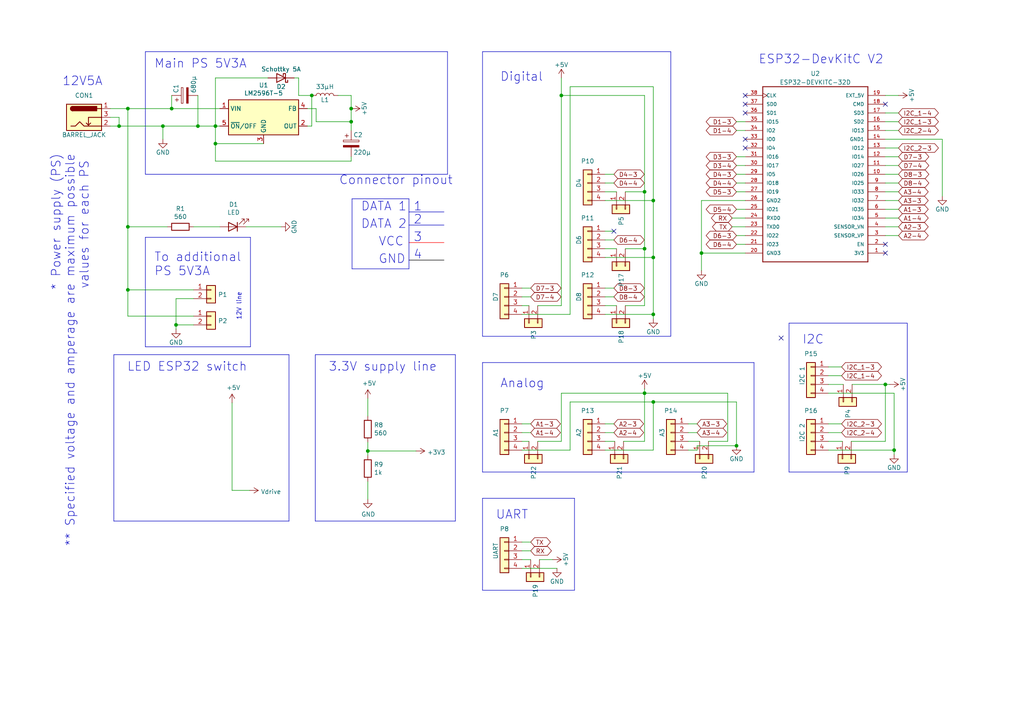
<source format=kicad_sch>
(kicad_sch (version 20230121) (generator eeschema)
  (paper "A4")
  (junction (at 49.784 31.496))
  (junction (at 259.334 130.556))
  (junction (at 101.854 35.306))
  (junction (at 213.614 129.286))
  (junction (at 186.944 55.626))
  (junction (at 189.484 74.676))
  (junction (at 189.484 58.166))
  (junction (at 37.084 65.786))
  (junction (at 464.82 42.926))
  (junction (at 556.514 94.742))
  (junction (at 57.404 36.576))
  (junction (at 47.244 36.576))
  (junction (at 34.544 36.576))
  (junction (at 62.484 36.576))
  (junction (at 101.854 31.496))
  (junction (at 51.054 94.234))
  (junction (at 106.68 130.81))
  (junction (at 256.794 111.506))
  (junction (at 37.084 84.074))
  (junction (at 186.944 72.136))
  (junction (at 90.424 27.686))
  (junction (at 494.03 42.926))
  (junction (at 521.462 93.726))
  (junction (at 523.24 42.926))
  (junction (at 37.084 31.496))
  (junction (at 189.484 116.586))
  (junction (at 189.484 91.186))
  (junction (at 62.484 41.656))
  (junction (at 494.03 93.726))
  (junction (at 162.814 27.686))
  (junction (at 186.944 114.046))
  (junction (at 203.454 73.406))
  (junction (at 464.82 93.726))
  (no_connect (at 216.154 32.766))
  (no_connect (at 216.154 42.926))
  (no_connect (at 178.054 67.056))
  (no_connect (at 216.154 30.226))
  (no_connect (at 256.794 30.226))
  (no_connect (at 226.568 98.044))
  (no_connect (at 216.154 27.686))
  (no_connect (at 256.794 73.406))
  (no_connect (at 216.154 40.386))
  (no_connect (at 256.794 70.866))
  (wire (pts (xy 56.134 84.074) (xy 37.084 84.074)))
  (wire (pts (xy 240.284 130.556) (xy 259.334 130.556)))
  (wire (pts (xy 151.384 130.556) (xy 165.354 130.556)))
  (wire (pts (xy 37.084 31.496) (xy 49.784 31.496)))
  (wire (pts (xy 175.514 55.626) (xy 178.816 55.626)))
  (wire (pts (xy 32.004 36.576) (xy 34.544 36.576)))
  (polyline (pts (xy 118.618 70.358) (xy 128.778 70.358)) (stroke (width 0) (type solid) (color 255 0 0 1)))
  (polyline (pts (xy 346.71 121.666) (xy 346.71 4.826)))
  (wire (pts (xy 165.354 25.146) (xy 165.354 91.186)))
  (wire (pts (xy 385.572 29.972) (xy 385.572 36.449)))
  (wire (pts (xy 178.054 83.566) (xy 175.514 83.566)))
  (wire (pts (xy 256.794 42.926) (xy 260.604 42.926)))
  (wire (pts (xy 57.404 27.686) (xy 57.404 36.576)))
  (wire (pts (xy 386.08 84.074) (xy 386.08 90.678)))
  (wire (pts (xy 155.956 88.646) (xy 162.814 88.646)))
  (wire (pts (xy 153.924 83.566) (xy 151.384 83.566)))
  (wire (pts (xy 178.054 86.106) (xy 175.514 86.106)))
  (wire (pts (xy 165.354 25.146) (xy 189.484 25.146)))
  (wire (pts (xy 165.354 116.586) (xy 189.484 116.586)))
  (polyline (pts (xy 83.82 102.87) (xy 33.02 102.87)))
  (polyline (pts (xy 91.44 102.87) (xy 132.08 102.87)))
  (wire (pts (xy 37.084 91.694) (xy 56.134 91.694)))
  (wire (pts (xy 523.24 27.686) (xy 523.24 31.496)))
  (polyline (pts (xy 445.77 4.826) (xy 445.77 121.666)))
  (wire (pts (xy 385.572 105.283) (xy 365.125 105.283)))
  (wire (pts (xy 151.384 157.226) (xy 153.924 157.226)))
  (wire (pts (xy 101.854 37.846) (xy 101.854 35.306)))
  (wire (pts (xy 363.22 60.706) (xy 360.426 60.706)))
  (wire (pts (xy 216.154 48.006) (xy 213.614 48.006)))
  (wire (pts (xy 216.154 70.866) (xy 213.614 70.866)))
  (polyline (pts (xy 33.02 102.87) (xy 33.02 151.13)))
  (wire (pts (xy 244.094 125.476) (xy 240.284 125.476)))
  (wire (pts (xy 423.037 65.786) (xy 435.61 65.786)))
  (wire (pts (xy 494.03 27.686) (xy 494.03 31.496)))
  (wire (pts (xy 189.484 116.586) (xy 213.614 116.586)))
  (wire (pts (xy 435.61 68.326) (xy 426.974 68.326)))
  (wire (pts (xy 37.084 65.786) (xy 48.514 65.786)))
  (wire (pts (xy 162.814 27.686) (xy 186.944 27.686)))
  (wire (pts (xy 153.924 122.936) (xy 151.384 122.936)))
  (wire (pts (xy 189.484 91.186) (xy 189.484 92.456)))
  (wire (pts (xy 151.384 162.306) (xy 153.924 162.306)))
  (wire (pts (xy 464.82 27.686) (xy 464.82 31.496)))
  (wire (pts (xy 385.572 98.806) (xy 377.952 98.806)))
  (wire (pts (xy 410.718 -38.1) (xy 410.718 -33.02)))
  (wire (pts (xy 423.037 76.2) (xy 423.037 65.786)))
  (polyline (pts (xy 42.164 14.986) (xy 129.794 14.986)))
  (wire (pts (xy 106.68 130.81) (xy 120.65 130.81)))
  (wire (pts (xy 175.514 72.136) (xy 178.816 72.136)))
  (polyline (pts (xy 194.564 14.986) (xy 194.564 97.536)))
  (polyline (pts (xy 459.74 121.666) (xy 548.64 121.666)))
  (wire (pts (xy 387.096 76.2) (xy 423.037 76.2)))
  (wire (pts (xy 368.046 90.678) (xy 386.08 90.678)))
  (wire (pts (xy 256.794 45.466) (xy 260.604 45.466)))
  (wire (pts (xy 202.184 129.286) (xy 213.614 129.286)))
  (polyline (pts (xy 139.954 97.536) (xy 139.954 14.986)))
  (wire (pts (xy 556.514 85.852) (xy 556.514 94.742)))
  (polyline (pts (xy 91.44 102.87) (xy 91.44 151.13)))
  (wire (pts (xy 186.944 55.626) (xy 186.944 72.136)))
  (wire (pts (xy 464.82 93.726) (xy 481.33 93.726)))
  (wire (pts (xy 186.944 114.046) (xy 186.944 128.016)))
  (wire (pts (xy 37.084 31.496) (xy 37.084 65.786)))
  (wire (pts (xy 256.794 111.506) (xy 258.064 111.506)))
  (wire (pts (xy 86.614 22.606) (xy 86.614 27.686)))
  (wire (pts (xy 181.356 72.136) (xy 186.944 72.136)))
  (wire (pts (xy 56.134 65.786) (xy 63.754 65.786)))
  (wire (pts (xy 175.514 58.166) (xy 189.484 58.166)))
  (polyline (pts (xy 83.82 151.13) (xy 83.82 102.87)))
  (wire (pts (xy 523.24 42.926) (xy 523.24 46.736)))
  (polyline (pts (xy 33.02 151.13) (xy 83.82 151.13)))
  (wire (pts (xy 407.162 29.972) (xy 402.082 29.972)))
  (polyline (pts (xy 139.954 105.156) (xy 218.694 105.156)))
  (polyline (pts (xy 72.644 68.834) (xy 72.644 100.584)))
  (polyline (pts (xy 102.108 57.658) (xy 102.108 77.978)) (stroke (width 0) (type solid)))
  (wire (pts (xy 259.334 130.556) (xy 259.334 114.046)))
  (wire (pts (xy 256.794 58.166) (xy 260.604 58.166)))
  (wire (pts (xy 409.702 98.806) (xy 404.622 98.806)))
  (wire (pts (xy 202.184 122.936) (xy 199.644 122.936)))
  (wire (pts (xy 178.054 50.546) (xy 175.514 50.546)))
  (wire (pts (xy 165.354 116.586) (xy 165.354 130.556)))
  (wire (pts (xy 368.046 70.866) (xy 368.046 90.678)))
  (wire (pts (xy 153.924 86.106) (xy 151.384 86.106)))
  (wire (pts (xy 216.154 60.706) (xy 213.614 60.706)))
  (wire (pts (xy 426.974 68.326) (xy 426.974 90.424)))
  (wire (pts (xy 106.68 120.65) (xy 106.68 115.57)))
  (polyline (pts (xy 548.64 4.826) (xy 459.74 4.826)))
  (polyline (pts (xy 129.794 50.546) (xy 42.164 50.546)))
  (wire (pts (xy 360.426 63.246) (xy 364.617 63.246)))
  (wire (pts (xy 427.101 36.449) (xy 427.101 58.166)))
  (wire (pts (xy 360.426 68.326) (xy 371.221 68.326)))
  (wire (pts (xy 86.614 27.686) (xy 90.424 27.686)))
  (wire (pts (xy 365.125 105.283) (xy 365.125 73.406)))
  (wire (pts (xy 203.454 58.166) (xy 203.454 73.406)))
  (wire (pts (xy 62.484 41.656) (xy 62.484 46.736)))
  (wire (pts (xy 386.08 84.074) (xy 378.46 84.074)))
  (wire (pts (xy 256.794 48.006) (xy 260.604 48.006)))
  (wire (pts (xy 186.944 114.046) (xy 211.074 114.046)))
  (polyline (pts (xy 263.144 93.726) (xy 263.144 136.906)))
  (wire (pts (xy 211.074 114.046) (xy 211.074 128.016)))
  (polyline (pts (xy 346.71 4.826) (xy 445.77 4.826)))
  (wire (pts (xy 178.054 69.596) (xy 175.514 69.596)))
  (polyline (pts (xy 263.144 93.726) (xy 228.854 93.726)))
  (wire (pts (xy 256.794 35.306) (xy 260.604 35.306)))
  (wire (pts (xy 464.82 78.486) (xy 464.82 82.296)))
  (wire (pts (xy 388.62 84.074) (xy 388.62 90.424)))
  (wire (pts (xy 464.82 54.356) (xy 464.82 59.436)))
  (wire (pts (xy 62.484 41.656) (xy 76.454 41.656)))
  (wire (pts (xy 62.484 22.606) (xy 62.484 36.576)))
  (wire (pts (xy 178.054 67.056) (xy 175.514 67.056)))
  (wire (pts (xy 464.82 93.726) (xy 464.82 97.536)))
  (wire (pts (xy 71.374 65.786) (xy 81.534 65.786)))
  (wire (pts (xy 521.462 105.156) (xy 521.462 110.236)))
  (wire (pts (xy 151.384 128.016) (xy 153.416 128.016)))
  (wire (pts (xy 175.514 74.676) (xy 189.484 74.676)))
  (wire (pts (xy 162.814 22.606) (xy 162.814 27.686)))
  (wire (pts (xy 240.284 128.016) (xy 244.348 128.016)))
  (wire (pts (xy 464.82 42.926) (xy 481.33 42.926)))
  (wire (pts (xy 397.51 84.074) (xy 388.62 84.074)))
  (wire (pts (xy 216.154 68.326) (xy 213.614 68.326)))
  (wire (pts (xy 384.556 69.85) (xy 376.936 69.85)))
  (wire (pts (xy 162.814 27.686) (xy 162.814 88.646)))
  (wire (pts (xy 106.68 132.08) (xy 106.68 130.81)))
  (wire (pts (xy 181.356 55.626) (xy 186.944 55.626)))
  (wire (pts (xy 388.112 105.156) (xy 430.149 105.156)))
  (wire (pts (xy 430.149 105.156) (xy 430.149 70.866)))
  (wire (pts (xy 155.956 128.016) (xy 162.814 128.016)))
  (wire (pts (xy 523.24 34.036) (xy 523.24 42.926)))
  (wire (pts (xy 464.82 42.926) (xy 464.82 46.736)))
  (wire (pts (xy 91.694 35.306) (xy 101.854 35.306)))
  (wire (pts (xy 216.154 65.786) (xy 212.344 65.786)))
  (wire (pts (xy 430.149 70.866) (xy 435.61 70.866)))
  (wire (pts (xy 181.356 88.646) (xy 186.944 88.646)))
  (wire (pts (xy 37.084 84.074) (xy 37.084 91.694)))
  (wire (pts (xy 494.03 34.036) (xy 494.03 42.926)))
  (wire (pts (xy 162.814 114.046) (xy 186.944 114.046)))
  (wire (pts (xy 101.854 46.736) (xy 101.854 45.466)))
  (wire (pts (xy 426.974 90.424) (xy 388.62 90.424)))
  (wire (pts (xy 244.094 106.426) (xy 240.284 106.426)))
  (wire (pts (xy 90.424 36.576) (xy 89.154 36.576)))
  (polyline (pts (xy 118.618 65.278) (xy 128.778 65.278)) (stroke (width 0) (type solid)))
  (wire (pts (xy 382.016 58.166) (xy 382.016 65.786)))
  (wire (pts (xy 256.794 32.766) (xy 260.604 32.766)))
  (wire (pts (xy 360.426 65.786) (xy 382.016 65.786)))
  (wire (pts (xy 407.416 46.228) (xy 402.336 46.228)))
  (polyline (pts (xy 42.164 68.834) (xy 42.164 100.584)))
  (wire (pts (xy 395.986 69.85) (xy 387.096 69.85)))
  (wire (pts (xy 393.446 58.166) (xy 384.556 58.166)))
  (wire (pts (xy 408.686 69.85) (xy 403.606 69.85)))
  (polyline (pts (xy 548.64 121.666) (xy 548.64 4.826)))
  (wire (pts (xy 180.848 128.016) (xy 186.944 128.016)))
  (wire (pts (xy 364.617 63.246) (xy 364.617 53.721)))
  (wire (pts (xy 423.291 64.516) (xy 423.291 63.246)))
  (wire (pts (xy 106.68 130.81) (xy 106.68 128.27)))
  (wire (pts (xy 101.854 27.686) (xy 101.854 31.496)))
  (polyline (pts (xy 118.618 77.978) (xy 118.618 57.658)) (stroke (width 0) (type solid)))
  (wire (pts (xy 51.054 86.614) (xy 56.134 86.614)))
  (polyline (pts (xy 166.624 144.526) (xy 166.624 171.196)))
  (wire (pts (xy 384.556 58.166) (xy 384.556 64.516)))
  (polyline (pts (xy 132.08 151.13) (xy 132.08 102.87)))
  (wire (pts (xy 47.244 40.386) (xy 47.244 36.576)))
  (polyline (pts (xy 218.694 136.906) (xy 218.694 105.156)))
  (wire (pts (xy 273.304 56.896) (xy 273.304 40.386)))
  (wire (pts (xy 151.384 164.846) (xy 161.544 164.846)))
  (wire (pts (xy 494.03 42.926) (xy 494.03 46.736)))
  (polyline (pts (xy 139.954 105.156) (xy 139.954 136.906)))
  (wire (pts (xy 106.68 144.78) (xy 106.68 139.7)))
  (polyline (pts (xy 72.644 100.584) (xy 42.164 100.584)))
  (polyline (pts (xy 166.624 144.526) (xy 139.954 144.526)))
  (wire (pts (xy 91.694 31.496) (xy 89.154 31.496)))
  (wire (pts (xy 363.22 36.322) (xy 363.22 60.706)))
  (polyline (pts (xy 228.854 136.906) (xy 263.144 136.906)))
  (wire (pts (xy 34.544 34.036) (xy 34.544 36.576)))
  (wire (pts (xy 49.784 27.686) (xy 49.784 31.496)))
  (wire (pts (xy 494.03 42.926) (xy 510.54 42.926)))
  (wire (pts (xy 256.794 63.246) (xy 260.604 63.246)))
  (wire (pts (xy 360.426 73.406) (xy 365.125 73.406)))
  (wire (pts (xy 256.794 50.546) (xy 260.604 50.546)))
  (wire (pts (xy 382.016 58.166) (xy 374.396 58.166)))
  (wire (pts (xy 394.462 29.972) (xy 385.572 29.972)))
  (wire (pts (xy 216.154 45.466) (xy 213.614 45.466)))
  (polyline (pts (xy 228.854 93.726) (xy 228.854 136.906)))
  (wire (pts (xy 246.888 128.016) (xy 256.794 128.016)))
  (wire (pts (xy 189.484 116.586) (xy 189.484 130.556)))
  (wire (pts (xy 244.094 108.966) (xy 240.284 108.966)))
  (wire (pts (xy 410.21 84.074) (xy 405.13 84.074)))
  (wire (pts (xy 51.054 94.234) (xy 51.054 86.614)))
  (wire (pts (xy 523.24 42.926) (xy 539.75 42.926)))
  (wire (pts (xy 410.718 -13.97) (xy 410.718 -6.35)))
  (wire (pts (xy 371.221 76.2) (xy 384.556 76.2)))
  (wire (pts (xy 256.794 55.626) (xy 260.604 55.626)))
  (wire (pts (xy 62.484 36.576) (xy 63.754 36.576)))
  (wire (pts (xy 175.514 130.556) (xy 189.484 130.556)))
  (polyline (pts (xy 139.954 136.906) (xy 218.694 136.906)))
  (wire (pts (xy 203.454 73.406) (xy 203.454 78.486)))
  (wire (pts (xy 37.084 65.786) (xy 37.084 84.074)))
  (polyline (pts (xy 139.954 171.196) (xy 166.624 171.196)))
  (polyline (pts (xy 129.794 14.986) (xy 129.794 50.546)))
  (wire (pts (xy 199.644 128.016) (xy 202.946 128.016)))
  (polyline (pts (xy 91.44 151.13) (xy 132.08 151.13)))
  (wire (pts (xy 383.032 29.972) (xy 383.032 36.322)))
  (wire (pts (xy 186.944 114.046) (xy 186.944 112.776)))
  (wire (pts (xy 203.454 73.406) (xy 216.154 73.406)))
  (wire (pts (xy 256.794 68.326) (xy 260.604 68.326)))
  (wire (pts (xy 32.004 31.496) (xy 37.084 31.496)))
  (polyline (pts (xy 459.74 4.826) (xy 459.74 121.666)))
  (wire (pts (xy 435.61 60.706) (xy 422.91 60.706)))
  (wire (pts (xy 521.462 93.726) (xy 521.462 97.536)))
  (wire (pts (xy 199.644 130.556) (xy 202.184 130.556)))
  (wire (pts (xy 101.854 27.686) (xy 98.044 27.686)))
  (wire (pts (xy 202.184 125.476) (xy 199.644 125.476)))
  (wire (pts (xy 256.794 60.706) (xy 260.604 60.706)))
  (wire (pts (xy 388.112 98.806) (xy 388.112 105.156)))
  (wire (pts (xy 427.101 58.166) (xy 435.61 58.166)))
  (wire (pts (xy 216.154 37.846) (xy 213.614 37.846)))
  (wire (pts (xy 90.424 27.686) (xy 90.424 36.576)))
  (wire (pts (xy 385.826 46.228) (xy 385.826 52.578)))
  (wire (pts (xy 101.854 31.496) (xy 101.854 35.306)))
  (wire (pts (xy 178.054 53.086) (xy 175.514 53.086)))
  (wire (pts (xy 247.142 111.506) (xy 256.794 111.506)))
  (wire (pts (xy 62.484 22.606) (xy 77.724 22.606)))
  (wire (pts (xy 189.484 74.676) (xy 189.484 91.186)))
  (wire (pts (xy 384.556 69.85) (xy 384.556 76.2)))
  (wire (pts (xy 202.184 130.556) (xy 202.184 129.286)))
  (wire (pts (xy 256.794 37.846) (xy 260.604 37.846)))
  (wire (pts (xy 85.344 22.606) (xy 86.614 22.606)))
  (wire (pts (xy 422.91 60.706) (xy 422.91 52.578)))
  (wire (pts (xy 216.154 35.306) (xy 213.614 35.306)))
  (wire (pts (xy 364.617 53.721) (xy 383.286 53.721)))
  (wire (pts (xy 521.462 78.486) (xy 521.462 82.296)))
  (polyline (pts (xy 102.108 77.978) (xy 118.618 77.978)) (stroke (width 0) (type solid)))
  (wire (pts (xy 256.794 53.086) (xy 260.604 53.086)))
  (polyline (pts (xy 118.618 61.468) (xy 128.778 61.468)) (stroke (width 0) (type solid)))
  (wire (pts (xy 273.304 40.386) (xy 256.794 40.386)))
  (wire (pts (xy 383.032 36.322) (xy 363.22 36.322)))
  (wire (pts (xy 67.31 116.84) (xy 67.31 142.24)))
  (wire (pts (xy 410.718 -13.97) (xy 417.068 -13.97)))
  (wire (pts (xy 151.384 88.646) (xy 153.416 88.646)))
  (wire (pts (xy 464.82 34.036) (xy 464.82 42.926)))
  (polyline (pts (xy 194.564 97.536) (xy 139.954 97.536)))
  (wire (pts (xy 464.82 84.836) (xy 464.82 93.726)))
  (wire (pts (xy 360.426 70.866) (xy 368.046 70.866)))
  (wire (pts (xy 32.004 34.036) (xy 34.544 34.036)))
  (wire (pts (xy 410.718 -16.51) (xy 417.068 -16.51)))
  (wire (pts (xy 556.514 94.742) (xy 556.514 98.552)))
  (wire (pts (xy 410.718 -25.4) (xy 410.718 -16.51)))
  (wire (pts (xy 62.484 36.576) (xy 62.484 41.656)))
  (wire (pts (xy 394.716 46.228) (xy 385.826 46.228)))
  (wire (pts (xy 521.462 84.836) (xy 521.462 93.726)))
  (polyline (pts (xy 445.77 121.666) (xy 346.71 121.666)))
  (polyline (pts (xy 72.644 68.834) (xy 42.164 68.834)))
  (wire (pts (xy 384.556 64.516) (xy 423.291 64.516)))
  (wire (pts (xy 556.514 106.172) (xy 556.514 111.252)))
  (wire (pts (xy 91.694 31.496) (xy 91.694 35.306)))
  (wire (pts (xy 216.154 58.166) (xy 203.454 58.166)))
  (wire (pts (xy 216.154 63.246) (xy 212.344 63.246)))
  (wire (pts (xy 186.944 27.686) (xy 186.944 55.626)))
  (wire (pts (xy 67.31 142.24) (xy 72.39 142.24)))
  (wire (pts (xy 156.464 162.306) (xy 160.274 162.306)))
  (wire (pts (xy 151.384 159.766) (xy 153.924 159.766)))
  (wire (pts (xy 57.404 36.576) (xy 62.484 36.576)))
  (wire (pts (xy 523.24 54.356) (xy 523.24 59.436)))
  (polyline (pts (xy 118.618 75.438) (xy 128.778 75.438)) (stroke (width 0) (type solid) (color 0 0 0 1)))
  (wire (pts (xy 494.03 78.486) (xy 494.03 82.296)))
  (wire (pts (xy 49.784 31.496) (xy 63.754 31.496)))
  (wire (pts (xy 240.284 111.506) (xy 244.602 111.506)))
  (wire (pts (xy 422.91 52.578) (xy 385.826 52.578)))
  (wire (pts (xy 259.334 131.826) (xy 259.334 130.556)))
  (wire (pts (xy 383.286 46.228) (xy 383.286 53.721)))
  (wire (pts (xy 240.284 114.046) (xy 259.334 114.046)))
  (wire (pts (xy 189.484 58.166) (xy 189.484 74.676)))
  (wire (pts (xy 387.096 69.85) (xy 387.096 76.2)))
  (wire (pts (xy 51.054 95.504) (xy 51.054 94.234)))
  (wire (pts (xy 371.221 68.326) (xy 371.221 76.2)))
  (wire (pts (xy 383.286 46.228) (xy 375.666 46.228)))
  (wire (pts (xy 556.514 94.742) (xy 573.024 94.742)))
  (wire (pts (xy 494.03 105.156) (xy 494.03 110.236)))
  (wire (pts (xy 51.054 94.234) (xy 56.134 94.234)))
  (wire (pts (xy 494.03 84.836) (xy 494.03 93.726)))
  (wire (pts (xy 256.794 65.786) (xy 260.604 65.786)))
  (polyline (pts (xy 139.954 171.196) (xy 139.954 144.526)))
  (wire (pts (xy 178.054 122.936) (xy 175.514 122.936)))
  (polyline (pts (xy 139.954 14.986) (xy 194.564 14.986)))
  (wire (pts (xy 62.484 46.736) (xy 101.854 46.736)))
  (wire (pts (xy 256.794 111.506) (xy 256.794 128.016)))
  (polyline (pts (xy 118.618 57.658) (xy 102.108 57.658)) (stroke (width 0) (type solid)))
  (wire (pts (xy 34.544 36.576) (xy 47.244 36.576)))
  (wire (pts (xy 397.002 98.806) (xy 388.112 98.806)))
  (wire (pts (xy 178.054 125.476) (xy 175.514 125.476)))
  (wire (pts (xy 406.146 58.166) (xy 401.066 58.166)))
  (wire (pts (xy 186.944 72.136) (xy 186.944 88.646)))
  (wire (pts (xy 213.614 116.586) (xy 213.614 129.286)))
  (wire (pts (xy 494.03 93.726) (xy 510.54 93.726)))
  (wire (pts (xy 189.484 25.146) (xy 189.484 58.166)))
  (wire (pts (xy 494.03 93.726) (xy 494.03 97.536)))
  (wire (pts (xy 556.514 79.502) (xy 556.514 83.312)))
  (wire (pts (xy 464.82 105.156) (xy 464.82 110.236)))
  (wire (pts (xy 216.154 55.626) (xy 213.614 55.626)))
  (wire (pts (xy 216.154 50.546) (xy 213.614 50.546)))
  (wire (pts (xy 385.572 36.449) (xy 427.101 36.449)))
  (wire (pts (xy 260.604 27.686) (xy 256.794 27.686)))
  (wire (pts (xy 213.614 53.086) (xy 216.154 53.086)))
  (wire (pts (xy 494.03 54.356) (xy 494.03 59.436)))
  (wire (pts (xy 175.514 128.016) (xy 178.308 128.016)))
  (wire (pts (xy 175.514 88.646) (xy 178.816 88.646)))
  (polyline (pts (xy 42.164 50.546) (xy 42.164 14.986)))
  (wire (pts (xy 423.291 63.246) (xy 435.61 63.246)))
  (wire (pts (xy 240.284 122.936) (xy 244.094 122.936)))
  (wire (pts (xy 47.244 36.576) (xy 57.404 36.576)))
  (wire (pts (xy 175.514 91.186) (xy 189.484 91.186)))
  (wire (pts (xy 521.462 93.726) (xy 537.972 93.726)))
  (wire (pts (xy 385.572 98.806) (xy 385.572 105.283)))
  (wire (pts (xy 162.814 114.046) (xy 162.814 128.016)))
  (wire (pts (xy 151.384 91.186) (xy 165.354 91.186)))
  (wire (pts (xy 205.486 128.016) (xy 211.074 128.016)))
  (wire (pts (xy 383.032 29.972) (xy 375.412 29.972)))
  (wire (pts (xy 153.924 125.476) (xy 151.384 125.476)))
  (text "Digital" (at 145.034 23.876 0) (effects (font (size 2.54 2.54)) (justify left bottom)))
  (text "I2C" (at 232.664 100.076 0) (effects (font (size 2.54 2.54)) (justify left bottom)))
  (text "IR phototransistor array" (at 463.55 12.446 0) (effects (font (size 2.54 2.54)) (justify left bottom)))
  (text "3.3V supply line" (at 95.25 107.95 0) (effects (font (size 2.54 2.54)) (justify left bottom)))
  (text "12V line" (at 70.104 92.964 90) (effects (font (size 1.27 1.27)) (justify left bottom)))
  (text "UART" (at 143.764 150.876 0) (effects (font (size 2.54 2.54)) (justify left bottom)))
  (text "4" (at 119.888 75.438 0) (effects (font (size 2.54 2.54)) (justify left bottom)))
  (text "DATA 2  " (at 104.648 66.548 0) (effects (font (size 2.54 2.54)) (justify left bottom)))
  (text "VCC" (at 109.728 71.628 0) (effects (font (size 2.54 2.54)) (justify left bottom)))
  (text "12V5A" (at 18.034 25.146 0) (effects (font (size 2.54 2.54)) (justify left bottom)))
  (text "IR LED array" (at 355.6 13.716 0) (effects (font (size 2.54 2.54)) (justify left bottom)))
  (text "Main PS 5V3A" (at 44.704 20.066 0) (effects (font (size 2.54 2.54)) (justify left bottom)))
  (text "Connector pinout" (at 98.298 53.848 0) (effects (font (size 2.54 2.54)) (justify left bottom)))
  (text "2" (at 119.888 65.278 0) (effects (font (size 2.54 2.54)) (justify left bottom)))
  (text "To additional\nPS 5V3A" (at 44.704 80.264 0) (effects (font (size 2.54 2.54)) (justify left bottom)))
  (text "ESP32-DevKitC V2" (at 219.964 18.796 0) (effects (font (size 2.54 2.54)) (justify left bottom)))
  (text "* Power supply (PS)\n** Specified voltage and amperage are maximum possible\nvalues for each PS " (at 25.908 44.704 90) (effects (font (size 2.54 2.54)) (justify right bottom)))
  (text "GND" (at 109.728 76.708 0) (effects (font (size 2.54 2.54)) (justify left bottom)))
  (text "LED ESP32 switch" (at 36.83 107.95 0) (effects (font (size 2.54 2.54)) (justify left bottom)))
  (text "DATA 1\n" (at 104.648 61.468 0) (effects (font (size 2.54 2.54)) (justify left bottom)))
  (text "3" (at 119.888 70.358 0) (effects (font (size 2.54 2.54)) (justify left bottom)))
  (text "Analog" (at 145.034 112.776 0) (effects (font (size 2.54 2.54)) (justify left bottom)))
  (text "1" (at 119.888 61.468 0) (effects (font (size 2.54 2.54)) (justify left bottom)))
  (global_label "D8-4" (shape bidirectional) (at 178.054 86.106 0) (property "Intersheetrefs" "${INTERSHEET_REFS}" (effects hide)))
  (global_label "A2-4" (shape bidirectional) (at 178.054 125.476 0) (property "Intersheetrefs" "${INTERSHEET_REFS}" (effects hide)))
  (global_label "D6-4" (shape bidirectional) (at 178.054 69.596 0) (property "Intersheetrefs" "${INTERSHEET_REFS}" (effects hide)))
  (global_label "D1-4" (shape bidirectional) (at 213.614 37.846 180) (property "Intersheetrefs" "${INTERSHEET_REFS}" (effects hide)))
  (global_label "I2C_2-3" (shape bidirectional) (at 244.094 122.936 0) (property "Intersheetrefs" "${INTERSHEET_REFS}" (effects hide)))
  (global_label "A1-3" (shape bidirectional) (at 153.924 122.936 0) (property "Intersheetrefs" "${INTERSHEET_REFS}" (effects hide)))
  (global_label "D5-3" (shape bidirectional) (at 510.54 93.726 0) (property "Intersheetrefs" "${INTERSHEET_REFS}" (effects hide)))
  (global_label "TX" (shape bidirectional) (at 212.344 65.786 180) (property "Intersheetrefs" "${INTERSHEET_REFS}" (effects hide)))
  (global_label "I2C_2-4" (shape bidirectional) (at 260.604 37.846 0) (property "Intersheetrefs" "${INTERSHEET_REFS}" (effects hide)))
  (global_label "A2-3" (shape bidirectional) (at 178.054 122.936 0) (property "Intersheetrefs" "${INTERSHEET_REFS}" (effects hide)))
  (global_label "D3-4" (shape bidirectional) (at 481.33 93.726 0) (property "Intersheetrefs" "${INTERSHEET_REFS}" (effects hide)))
  (global_label "D7-3" (shape bidirectional) (at 153.924 83.566 0) (property "Intersheetrefs" "${INTERSHEET_REFS}" (effects hide)))
  (global_label "D5-4" (shape bidirectional) (at 213.614 60.706 180) (property "Intersheetrefs" "${INTERSHEET_REFS}" (effects hide)))
  (global_label "D4-4" (shape bidirectional) (at 213.614 53.086 180) (property "Intersheetrefs" "${INTERSHEET_REFS}" (effects hide)))
  (global_label "D1-4" (shape bidirectional) (at 510.54 42.926 0) (property "Intersheetrefs" "${INTERSHEET_REFS}" (effects hide)))
  (global_label "A2-4" (shape bidirectional) (at 260.604 68.326 0) (property "Intersheetrefs" "${INTERSHEET_REFS}" (effects hide)))
  (global_label "I2C_1-3" (shape bidirectional) (at 260.604 35.306 0) (property "Intersheetrefs" "${INTERSHEET_REFS}" (effects hide)))
  (global_label "I2C_1-3" (shape bidirectional) (at 244.094 106.426 0) (property "Intersheetrefs" "${INTERSHEET_REFS}" (effects hide)))
  (global_label "D8-4" (shape bidirectional) (at 260.604 53.086 0) (property "Intersheetrefs" "${INTERSHEET_REFS}" (effects hide)))
  (global_label "D8-3" (shape bidirectional) (at 260.604 50.546 0) (property "Intersheetrefs" "${INTERSHEET_REFS}" (effects hide)))
  (global_label "TX" (shape bidirectional) (at 153.924 157.226 0) (property "Intersheetrefs" "${INTERSHEET_REFS}" (effects hide)))
  (global_label "D3-3" (shape bidirectional) (at 213.614 45.466 180) (property "Intersheetrefs" "${INTERSHEET_REFS}" (effects hide)))
  (global_label "RX" (shape bidirectional) (at 153.924 159.766 0) (property "Intersheetrefs" "${INTERSHEET_REFS}" (effects hide)))
  (global_label "A2-3" (shape bidirectional) (at 260.604 65.786 0) (property "Intersheetrefs" "${INTERSHEET_REFS}" (effects hide)))
  (global_label "I2C_2-4" (shape bidirectional) (at 244.094 125.476 0) (property "Intersheetrefs" "${INTERSHEET_REFS}" (effects hide)))
  (global_label "A3-3" (shape bidirectional) (at 260.604 58.166 0) (property "Intersheetrefs" "${INTERSHEET_REFS}" (effects hide)))
  (global_label "D8-3" (shape bidirectional) (at 178.054 83.566 0) (property "Intersheetrefs" "${INTERSHEET_REFS}" (effects hide)))
  (global_label "I2C_1-4" (shape bidirectional) (at 244.094 108.966 0) (property "Intersheetrefs" "${INTERSHEET_REFS}" (effects hide)))
  (global_label "D3-4" (shape bidirectional) (at 213.614 48.006 180) (property "Intersheetrefs" "${INTERSHEET_REFS}" (effects hide)))
  (global_label "A3-3" (shape bidirectional) (at 202.184 122.936 0) (property "Intersheetrefs" "${INTERSHEET_REFS}" (effects hide)))
  (global_label "D4-3" (shape bidirectional) (at 213.614 50.546 180) (property "Intersheetrefs" "${INTERSHEET_REFS}" (effects hide)))
  (global_label "D1-3" (shape bidirectional) (at 213.614 35.306 180) (property "Intersheetrefs" "${INTERSHEET_REFS}" (effects hide)))
  (global_label "D6-3" (shape bidirectional) (at 573.024 94.742 0) (property "Intersheetrefs" "${INTERSHEET_REFS}" (effects hide)))
  (global_label "A3-4" (shape bidirectional) (at 202.184 125.476 0) (property "Intersheetrefs" "${INTERSHEET_REFS}" (effects hide)))
  (global_label "A1-4" (shape bidirectional) (at 153.924 125.476 0) (property "Intersheetrefs" "${INTERSHEET_REFS}" (effects hide)))
  (global_label "I2C_2-3" (shape bidirectional) (at 260.604 42.926 0) (property "Intersheetrefs" "${INTERSHEET_REFS}" (effects hide)))
  (global_label "A3-4" (shape bidirectional) (at 260.604 55.626 0) (property "Intersheetrefs" "${INTERSHEET_REFS}" (effects hide)))
  (global_label "RX" (shape bidirectional) (at 212.344 63.246 180) (property "Intersheetrefs" "${INTERSHEET_REFS}" (effects hide)))
  (global_label "D5-3" (shape bidirectional) (at 213.614 55.626 180) (property "Intersheetrefs" "${INTERSHEET_REFS}" (effects hide)))
  (global_label "D7-3" (shape bidirectional) (at 260.604 45.466 0) (property "Intersheetrefs" "${INTERSHEET_REFS}" (effects hide)))
  (global_label "D4-4" (shape bidirectional) (at 178.054 53.086 0) (property "Intersheetrefs" "${INTERSHEET_REFS}" (effects hide)))
  (global_label "I2C_1-4" (shape bidirectional) (at 260.604 32.766 0) (property "Intersheetrefs" "${INTERSHEET_REFS}" (effects hide)))
  (global_label "D7-4" (shape bidirectional) (at 153.924 86.106 0) (property "Intersheetrefs" "${INTERSHEET_REFS}" (effects hide)))
  (global_label "D5-4" (shape bidirectional) (at 537.972 93.726 0) (property "Intersheetrefs" "${INTERSHEET_REFS}" (effects hide)))
  (global_label "D6-4" (shape bidirectional) (at 213.614 70.866 180) (property "Intersheetrefs" "${INTERSHEET_REFS}" (effects hide)))
  (global_label "D4-3" (shape bidirectional) (at 178.054 50.546 0) (property "Intersheetrefs" "${INTERSHEET_REFS}" (effects hide)))
  (global_label "A1-3" (shape bidirectional) (at 260.604 60.706 0) (property "Intersheetrefs" "${INTERSHEET_REFS}" (effects hide)))
  (global_label "D1-3" (shape bidirectional) (at 481.33 42.926 0) (property "Intersheetrefs" "${INTERSHEET_REFS}" (effects hide)))
  (global_label "D3-3" (shape bidirectional) (at 539.75 42.926 0) (property "Intersheetrefs" "${INTERSHEET_REFS}" (effects hide)))
  (global_label "D6-3" (shape bidirectional) (at 213.614 68.326 180) (property "Intersheetrefs" "${INTERSHEET_REFS}" (effects hide)))
  (global_label "D7-4" (shape bidirectional) (at 260.604 48.006 0) (property "Intersheetrefs" "${INTERSHEET_REFS}" (effects hide)))
  (global_label "A1-4" (shape bidirectional) (at 260.604 63.246 0) (property "Intersheetrefs" "${INTERSHEET_REFS}" (effects hide)))
  (symbol (lib_id "Connector_Generic:Conn_01x02") (at 528.32 31.496 0) (unit 1)
    (property "Reference" "J13" (at 530.352 31.6992 0) (effects (justify left)))
    (property "Value" "Conn_01x02" (at 530.352 34.0106 0) (effects (justify left)))
    (property "Footprint" "Connector_JST:JST_XH_B2B-XH-A_1x02_P2.50mm_Vertical" (effects hide))
  )
  (symbol (lib_id "ir_sensor-rescue:+3.3V-power") (at 464.82 27.686 0) (unit 1)
    (property "Reference" "#PWR037" (effects hide))
    (property "Value" "+3.3V" (at 465.201 23.2918 0))
  )
  (symbol (lib_id "power:Vdrive") (at 406.146 58.166 270) (unit 1)
    (property "Reference" "#PWR016" (effects hide))
    (property "Value" "Vdrive" (at 410.5402 58.547 0))
  )
  (symbol (lib_id "power:GND") (at 203.454 78.486 0) (unit 1)
    (property "Reference" "#PWR010" (effects hide))
    (property "Value" "GND" (at 203.454 82.296 0))
  )
  (symbol (lib_id "Connector_Generic:Conn_01x04") (at 235.204 125.476 0) (mirror y) (unit 1)
    (property "Reference" "P16" (at 235.204 119.126 0))
    (property "Value" "I2C 2" (at 232.664 125.476 90))
    (property "Footprint" "Connector_JST:JST_XH_B4B-XH-A_1x04_P2.50mm_Vertical" (effects hide))
  )
  (symbol (lib_id "power:Vdrive") (at 407.416 46.228 270) (unit 1)
    (property "Reference" "#PWR029" (effects hide))
    (property "Value" "Vdrive" (at 411.8102 46.609 0))
  )
  (symbol (lib_id "power:+5V") (at 162.814 22.606 0) (unit 1)
    (property "Reference" "#PWR07" (effects hide))
    (property "Value" "+5V" (at 162.814 18.796 0))
  )
  (symbol (lib_id "Connector_Generic:Conn_01x02") (at 244.348 133.096 90) (mirror x) (unit 1)
    (property "Reference" "P9" (at 245.7196 135.128 0) (effects (justify left)))
    (property "Value" "Conn_01x02" (effects hide))
    (property "Footprint" "Connector_JST:JST_XH_B2B-XH-A_1x02_P2.50mm_Vertical" (effects hide))
  )
  (symbol (lib_id "Device:LED") (at 67.564 65.786 180) (unit 1)
    (property "Reference" "D1" (at 67.7418 59.309 0))
    (property "Value" "LED" (at 67.7418 61.6204 0))
    (property "Footprint" "LED_THT:LED_D3.0mm" (effects hide))
  )
  (symbol (lib_id "ir_sensor-rescue:+3.3V-power") (at 556.514 79.502 0) (unit 1)
    (property "Reference" "#PWR020" (effects hide))
    (property "Value" "+3.3V" (at 556.895 75.1078 0))
  )
  (symbol (lib_id "ir_sensor-rescue:+3.3V-power") (at 494.03 78.486 0) (unit 1)
    (property "Reference" "#PWR043" (effects hide))
    (property "Value" "+3.3V" (at 494.411 74.0918 0))
  )
  (symbol (lib_id "Connector_Generic:Conn_01x02") (at 178.816 93.726 90) (mirror x) (unit 1)
    (property "Reference" "P18" (at 180.1876 95.758 0) (effects (justify left)))
    (property "Value" "Conn_01x02" (effects hide))
    (property "Footprint" "Connector_JST:JST_XH_B2B-XH-A_1x02_P2.50mm_Vertical" (effects hide))
  )
  (symbol (lib_id "Device:R") (at 398.526 46.228 270) (unit 1)
    (property "Reference" "R6" (at 399.6944 48.006 0) (effects (justify left)))
    (property "Value" "47" (at 397.383 48.006 0) (effects (justify left)))
    (property "Footprint" "Resistor_THT:R_Box_L13.0mm_W4.0mm_P9.00mm" (effects hide))
  )
  (symbol (lib_id "Device:L") (at 94.234 27.686 90) (unit 1)
    (property "Reference" "L1" (at 94.234 28.956 90))
    (property "Value" "33µH" (at 94.234 25.146 90))
    (property "Footprint" "Inductor_THT:L_Radial_D10.0mm_P5.00mm_Fastron_07M" (effects hide))
  )
  (symbol (lib_id "power:+5V") (at 160.274 162.306 270) (unit 1)
    (property "Reference" "#PWR05" (effects hide))
    (property "Value" "+5V" (at 164.084 162.306 0))
  )
  (symbol (lib_id "power:GND") (at 410.718 -6.35 0) (unit 1)
    (property "Reference" "#PWR048" (effects hide))
    (property "Value" "GND" (at 410.845 -1.9558 0))
  )
  (symbol (lib_id "power:+5V") (at 186.944 112.776 0) (unit 1)
    (property "Reference" "#PWR08" (effects hide))
    (property "Value" "+5V" (at 186.944 108.966 0))
  )
  (symbol (lib_id "Device:R") (at 106.68 124.46 0) (unit 1)
    (property "Reference" "R8" (at 108.458 123.2916 0) (effects (justify left)))
    (property "Value" "560" (at 108.458 125.603 0) (effects (justify left)))
    (property "Footprint" "Resistor_THT:R_Box_L13.0mm_W4.0mm_P9.00mm" (effects hide))
  )
  (symbol (lib_id "power:GND") (at 464.82 59.436 0) (unit 1)
    (property "Reference" "#PWR038" (effects hide))
    (property "Value" "GND" (at 464.947 63.8302 0))
  )
  (symbol (lib_id "Connector_Generic:Conn_01x02") (at 469.9 31.496 0) (unit 1)
    (property "Reference" "J9" (at 471.932 31.6992 0) (effects (justify left)))
    (property "Value" "Conn_01x02" (at 471.932 34.0106 0) (effects (justify left)))
    (property "Footprint" "Connector_JST:JST_XH_B2B-XH-A_1x02_P2.50mm_Vertical" (effects hide))
  )
  (symbol (lib_id "power:Vdrive") (at 410.21 84.074 270) (unit 1)
    (property "Reference" "#PWR027" (effects hide))
    (property "Value" "Vdrive" (at 414.6042 84.455 0))
  )
  (symbol (lib_id "power:GND") (at 259.334 131.826 0) (unit 1)
    (property "Reference" "#PWR013" (effects hide))
    (property "Value" "GND" (at 259.334 135.636 0))
  )
  (symbol (lib_id "Connector_Generic:Conn_01x02") (at 178.816 60.706 90) (mirror x) (unit 1)
    (property "Reference" "P5" (at 180.1876 62.738 0) (effects (justify left)))
    (property "Value" "Conn_01x02" (effects hide))
    (property "Footprint" "Connector_JST:JST_XH_B2B-XH-A_1x02_P2.50mm_Vertical" (effects hide))
  )
  (symbol (lib_id "Connector_Generic:Conn_01x02") (at 153.924 167.386 90) (mirror x) (unit 1)
    (property "Reference" "P19" (at 155.2956 169.418 0) (effects (justify left)))
    (property "Value" "Conn_01x02" (effects hide))
    (property "Footprint" "Connector_JST:JST_XH_B2B-XH-A_1x02_P2.50mm_Vertical" (effects hide))
  )
  (symbol (lib_id "Device:R") (at 464.82 50.546 0) (unit 1)
    (property "Reference" "R10" (at 466.598 49.3776 0) (effects (justify left)))
    (property "Value" "10k" (at 466.598 51.689 0) (effects (justify left)))
    (property "Footprint" "Resistor_THT:R_Box_L13.0mm_W4.0mm_P9.00mm" (effects hide))
  )
  (symbol (lib_id "power:GND") (at 81.534 65.786 90) (unit 1)
    (property "Reference" "#PWR03" (effects hide))
    (property "Value" "GND" (at 85.344 65.786 0))
  )
  (symbol (lib_id "ir_sensor-rescue:+3.3V-power") (at 494.03 27.686 0) (unit 1)
    (property "Reference" "#PWR041" (effects hide))
    (property "Value" "+3.3V" (at 494.411 23.2918 0))
  )
  (symbol (lib_id "power:+5V") (at 106.68 115.57 0) (unit 1)
    (property "Reference" "#PWR034" (effects hide))
    (property "Value" "+5V" (at 107.061 111.1758 0))
  )
  (symbol (lib_id "Device:R") (at 521.462 101.346 0) (unit 1)
    (property "Reference" "R15" (at 523.24 100.1776 0) (effects (justify left)))
    (property "Value" "10k" (at 523.24 102.489 0) (effects (justify left)))
    (property "Footprint" "Resistor_THT:R_Box_L13.0mm_W4.0mm_P9.00mm" (effects hide))
  )
  (symbol (lib_id "Regulator_Switching:LM2596T-5") (at 76.454 34.036 0) (unit 1)
    (property "Reference" "U1" (at 76.454 24.7142 0))
    (property "Value" "LM2596T-5" (at 76.454 27.0256 0))
    (property "Footprint" "Package_TO_SOT_THT:TO-220-5_P3.4x3.7mm_StaggerOdd_Lead3.8mm_Vertical" (effects hide))
    (property "Datasheet" "http://www.ti.com/lit/ds/symlink/lm2596.pdf" (effects hide))
  )
  (symbol (lib_id "power:GND") (at 106.68 144.78 0) (unit 1)
    (property "Reference" "#PWR035" (effects hide))
    (property "Value" "GND" (at 106.807 149.1742 0))
  )
  (symbol (lib_id "Connector_Generic:Conn_01x02") (at 499.11 31.496 0) (unit 1)
    (property "Reference" "J11" (at 501.142 31.6992 0) (effects (justify left)))
    (property "Value" "Conn_01x02" (at 501.142 34.0106 0) (effects (justify left)))
    (property "Footprint" "Connector_JST:JST_XH_B2B-XH-A_1x02_P2.50mm_Vertical" (effects hide))
  )
  (symbol (lib_id "Connector:Conn_01x06_Socket") (at 594.233 26.416 180) (unit 1)
    (property "Reference" "J6" (at 592.5637 25.146 90))
    (property "Value" "Conn_01x06_Socket" (at 590.1395 25.146 90))
  )
  (symbol (lib_id "Connector_Generic:Conn_01x02") (at 526.542 82.296 0) (unit 1)
    (property "Reference" "J2" (at 528.574 82.4992 0) (effects (justify left)))
    (property "Value" "Conn_01x02" (at 528.574 84.8106 0) (effects (justify left)))
    (property "Footprint" "Connector_JST:JST_XH_B2B-XH-A_1x02_P2.50mm_Vertical" (effects hide))
  )
  (symbol (lib_id "power:GND") (at 213.614 129.286 0) (unit 1)
    (property "Reference" "#PWR011" (effects hide))
    (property "Value" "GND" (at 213.614 133.096 0))
  )
  (symbol (lib_id "beehive-rescue:CP-Device") (at 53.594 27.686 90) (unit 1)
    (property "Reference" "C1" (at 51.054 27.051 0) (effects (justify left)))
    (property "Value" "680µ" (at 56.134 27.051 0) (effects (justify left)))
    (property "Footprint" "Capacitor_THT:CP_Radial_D10.0mm_P5.00mm" (effects hide))
  )
  (symbol (lib_id "Connector_Generic:Conn_01x02") (at 153.416 93.726 90) (mirror x) (unit 1)
    (property "Reference" "P3" (at 154.7876 95.758 0) (effects (justify left)))
    (property "Value" "Conn_01x02" (effects hide))
    (property "Footprint" "Connector_JST:JST_XH_B2B-XH-A_1x02_P2.50mm_Vertical" (effects hide))
  )
  (symbol (lib_id "Device:R") (at 410.718 -29.21 0) (unit 1)
    (property "Reference" "R17" (at 412.496 -30.3784 0) (effects (justify left)))
    (property "Value" "47" (at 412.496 -28.067 0) (effects (justify left)))
    (property "Footprint" "Resistor_THT:R_Box_L13.0mm_W4.0mm_P9.00mm" (effects hide))
  )
  (symbol (lib_id "Connector_Generic:Conn_01x04") (at 170.434 53.086 0) (mirror y) (unit 1)
    (property "Reference" "P10" (at 170.434 46.736 0))
    (property "Value" "D4" (at 167.894 53.086 90))
    (property "Footprint" "Connector_JST:JST_XH_B4B-XH-A_1x04_P2.50mm_Vertical" (effects hide))
  )
  (symbol (lib_id "power:+5V") (at 258.064 111.506 270) (unit 1)
    (property "Reference" "#PWR012" (effects hide))
    (property "Value" "+5V" (at 261.874 111.506 0))
  )
  (symbol (lib_id "Device:R") (at 494.03 101.346 0) (unit 1)
    (property "Reference" "R13" (at 495.808 100.1776 0) (effects (justify left)))
    (property "Value" "10k" (at 495.808 102.489 0) (effects (justify left)))
    (property "Footprint" "Resistor_THT:R_Box_L13.0mm_W4.0mm_P9.00mm" (effects hide))
  )
  (symbol (lib_id "ir_sensor-rescue:+3.3V-power") (at 521.462 78.486 0) (unit 1)
    (property "Reference" "#PWR018" (effects hide))
    (property "Value" "+3.3V" (at 521.843 74.0918 0))
  )
  (symbol (lib_id "Connector:Conn_01x14_Socket") (at 440.436 28.448 0) (unit 1)
    (property "Reference" "J7" (at 441.1472 28.5059 0) (effects (justify left)))
    (property "Value" "Conn_01x14_Socket" (at 441.1472 30.9301 0) (effects (justify left)))
  )
  (symbol (lib_id "power:GND") (at 464.82 110.236 0) (unit 1)
    (property "Reference" "#PWR040" (effects hide))
    (property "Value" "GND" (at 464.947 114.6302 0))
  )
  (symbol (lib_id "Device:D_Schottky") (at 81.534 22.606 180) (unit 1)
    (property "Reference" "D2" (at 81.534 25.146 0))
    (property "Value" "Schottky 5A" (at 81.534 20.066 0))
    (property "Footprint" "Diode_THT:D_DO-201AD_P15.24mm_Horizontal" (effects hide))
  )
  (symbol (lib_id "Connector_Generic:Conn_01x04") (at 146.304 159.766 0) (mirror y) (unit 1)
    (property "Reference" "P8" (at 146.304 153.416 0))
    (property "Value" "UART" (at 143.764 159.766 90))
    (property "Footprint" "Connector_JST:JST_XH_B4B-XH-A_1x04_P2.50mm_Vertical" (effects hide))
  )
  (symbol (lib_id "power:GND") (at 51.054 95.504 0) (unit 1)
    (property "Reference" "#PWR02" (effects hide))
    (property "Value" "GND" (at 51.054 99.314 0))
  )
  (symbol (lib_id "ir_sensor-rescue:+3.3V-power") (at 464.82 78.486 0) (unit 1)
    (property "Reference" "#PWR039" (effects hide))
    (property "Value" "+3.3V" (at 465.201 74.0918 0))
  )
  (symbol (lib_id "power:Vdrive") (at 72.39 142.24 270) (unit 1)
    (property "Reference" "#PWR031" (effects hide))
    (property "Value" "Vdrive" (at 75.6412 142.621 90) (effects (justify left)))
  )
  (symbol (lib_id "power:GND") (at 521.462 110.236 0) (unit 1)
    (property "Reference" "#PWR019" (effects hide))
    (property "Value" "GND" (at 521.589 114.6302 0))
  )
  (symbol (lib_id "beehive-rescue:CP-Device") (at 101.854 41.656 0) (unit 1)
    (property "Reference" "C2" (at 102.489 39.116 0) (effects (justify left)))
    (property "Value" "220µ" (at 102.489 44.196 0) (effects (justify left)))
    (property "Footprint" "Capacitor_THT:CP_Radial_D8.0mm_P3.80mm" (effects hide))
  )
  (symbol (lib_id "power:Vdrive") (at 410.718 -38.1 0) (unit 1)
    (property "Reference" "#PWR047" (effects hide))
    (property "Value" "Vdrive" (at 411.099 -42.4942 0))
  )
  (symbol (lib_id "Connector_Generic:Conn_01x02") (at 422.148 -16.51 0) (unit 1)
    (property "Reference" "J14" (at 424.18 -16.3068 0) (effects (justify left)))
    (property "Value" "Conn_01x02" (at 424.18 -13.9954 0) (effects (justify left)))
    (property "Footprint" "Connector_JST:JST_XH_B2B-XH-A_1x02_P2.50mm_Vertical" (effects hide))
  )
  (symbol (lib_id "Connector_Generic:Conn_01x02") (at 202.946 133.096 90) (mirror x) (unit 1)
    (property "Reference" "P20" (at 204.3176 135.128 0) (effects (justify left)))
    (property "Value" "Conn_01x02" (effects hide))
    (property "Footprint" "Connector_JST:JST_XH_B2B-XH-A_1x02_P2.50mm_Vertical" (effects hide))
  )
  (symbol (lib_id "Device:R") (at 398.272 29.972 270) (unit 1)
    (property "Reference" "R3" (at 399.4404 31.75 0) (effects (justify left)))
    (property "Value" "47" (at 397.129 31.75 0) (effects (justify left)))
    (property "Footprint" "Resistor_THT:R_Box_L13.0mm_W4.0mm_P9.00mm" (effects hide))
  )
  (symbol (lib_id "Device:R") (at 556.514 102.362 0) (unit 1)
    (property "Reference" "R16" (at 558.292 101.1936 0) (effects (justify left)))
    (property "Value" "10k" (at 558.292 103.505 0) (effects (justify left)))
    (property "Footprint" "Resistor_THT:R_Box_L13.0mm_W4.0mm_P9.00mm" (effects hide))
  )
  (symbol (lib_id "Device:R") (at 52.324 65.786 270) (unit 1)
    (property "Reference" "R1" (at 52.324 60.5282 90))
    (property "Value" "560" (at 52.324 62.8396 90))
    (property "Footprint" "Resistor_THT:R_Box_L13.0mm_W4.0mm_P9.00mm" (effects hide))
  )
  (symbol (lib_id "Connector_Generic:Conn_01x04") (at 194.564 125.476 0) (mirror y) (unit 1)
    (property "Reference" "P14" (at 194.564 119.126 0))
    (property "Value" "A3" (at 192.024 125.476 90))
    (property "Footprint" "Connector_JST:JST_XH_B4B-XH-A_1x04_P2.50mm_Vertical" (effects hide))
  )
  (symbol (lib_id "power:+5V") (at 101.854 31.496 270) (unit 1)
    (property "Reference" "#PWR04" (effects hide))
    (property "Value" "+5V" (at 105.664 31.496 0))
  )
  (symbol (lib_id "Device:R") (at 464.82 101.346 0) (unit 1)
    (property "Reference" "R11" (at 466.598 100.1776 0) (effects (justify left)))
    (property "Value" "10k" (at 466.598 102.489 0) (effects (justify left)))
    (property "Footprint" "Resistor_THT:R_Box_L13.0mm_W4.0mm_P9.00mm" (effects hide))
  )
  (symbol (lib_id "Connector_Generic:Conn_01x04") (at 170.434 86.106 0) (mirror y) (unit 1)
    (property "Reference" "P12" (at 170.434 79.756 0))
    (property "Value" "D8" (at 167.894 86.106 90))
    (property "Footprint" "Connector_JST:JST_XH_B4B-XH-A_1x04_P2.50mm_Vertical" (effects hide))
  )
  (symbol (lib_id "power:GND") (at 377.952 98.806 270) (unit 1)
    (property "Reference" "#PWR033" (effects hide))
    (property "Value" "GND" (at 373.5578 98.933 0))
  )
  (symbol (lib_id "Device:R") (at 397.256 58.166 270) (unit 1)
    (property "Reference" "R4" (at 398.4244 59.944 0) (effects (justify left)))
    (property "Value" "47" (at 396.113 59.944 0) (effects (justify left)))
    (property "Footprint" "Resistor_THT:R_Box_L13.0mm_W4.0mm_P9.00mm" (effects hide))
  )
  (symbol (lib_id "Device:R") (at 494.03 50.546 0) (unit 1)
    (property "Reference" "R12" (at 495.808 49.3776 0) (effects (justify left)))
    (property "Value" "10k" (at 495.808 51.689 0) (effects (justify left)))
    (property "Footprint" "Resistor_THT:R_Box_L13.0mm_W4.0mm_P9.00mm" (effects hide))
  )
  (symbol (lib_id "power:GND") (at 523.24 59.436 0) (unit 1)
    (property "Reference" "#PWR046" (effects hide))
    (property "Value" "GND" (at 523.367 63.8302 0))
  )
  (symbol (lib_id "ir_sensor-rescue:+3.3V-power") (at 523.24 27.686 0) (unit 1)
    (property "Reference" "#PWR045" (effects hide))
    (property "Value" "+3.3V" (at 523.621 23.2918 0))
  )
  (symbol (lib_id "Device:R") (at 399.796 69.85 270) (unit 1)
    (property "Reference" "R2" (at 400.9644 71.628 0) (effects (justify left)))
    (property "Value" "47" (at 398.653 71.628 0) (effects (justify left)))
    (property "Footprint" "Resistor_THT:R_Box_L13.0mm_W4.0mm_P9.00mm" (effects hide))
  )
  (symbol (lib_id "Connector_Generic:Conn_01x02") (at 153.416 133.096 90) (mirror x) (unit 1)
    (property "Reference" "P22" (at 154.7876 135.128 0) (effects (justify left)))
    (property "Value" "Conn_01x02" (effects hide))
    (property "Footprint" "Connector_JST:JST_XH_B2B-XH-A_1x02_P2.50mm_Vertical" (effects hide))
  )
  (symbol (lib_id "ir_sensor-rescue:+3.3V-power") (at 120.65 130.81 270) (unit 1)
    (property "Reference" "#PWR036" (effects hide))
    (property "Value" "+3.3V" (at 123.9012 131.191 90) (effects (justify left)))
  )
  (symbol (lib_id "Connector_Generic:Conn_01x02") (at 61.214 91.694 0) (unit 1)
    (property "Reference" "P2" (at 63.246 93.0656 0) (effects (justify left)))
    (property "Value" "Conn_01x02" (effects hide))
    (property "Footprint" "Connector_JST:JST_XH_B2B-XH-A_1x02_P2.50mm_Vertical" (effects hide))
  )
  (symbol (lib_id "power:GND") (at 378.46 84.074 270) (unit 1)
    (property "Reference" "#PWR028" (effects hide))
    (property "Value" "GND" (at 374.0658 84.201 0))
  )
  (symbol (lib_id "Connector:Barrel_Jack_Switch") (at 24.384 34.036 0) (unit 1)
    (property "Reference" "CON1" (at 24.384 27.686 0))
    (property "Value" "BARREL_JACK" (at 24.384 39.116 0))
    (property "Footprint" "Connector_BarrelJack:BarrelJack_Horizontal" (effects hide))
  )
  (symbol (lib_id "power:GND") (at 556.514 111.252 0) (unit 1)
    (property "Reference" "#PWR021" (effects hide))
    (property "Value" "GND" (at 556.641 115.6462 0))
  )
  (symbol (lib_id "power:GND") (at 494.03 59.436 0) (unit 1)
    (property "Reference" "#PWR042" (effects hide))
    (property "Value" "GND" (at 494.157 63.8302 0))
  )
  (symbol (lib_id "power:GND") (at 273.304 56.896 0) (mirror y) (unit 1)
    (property "Reference" "#PWR015" (effects hide))
    (property "Value" "GND" (at 273.304 60.706 0))
  )
  (symbol (lib_id "Connector_Generic:Conn_01x04") (at 170.434 125.476 0) (mirror y) (unit 1)
    (property "Reference" "P13" (at 170.434 119.126 0))
    (property "Value" "A2" (at 167.894 125.476 90))
    (property "Footprint" "Connector_JST:JST_XH_B4B-XH-A_1x04_P2.50mm_Vertical" (effects hide))
  )
  (symbol (lib_id "Connector:Conn_01x06_Socket") (at 355.346 68.326 180) (unit 1)
    (property "Reference" "J1" (at 353.6767 67.056 90))
    (property "Value" "Conn_01x06_Socket" (at 351.2525 67.056 90))
  )
  (symbol (lib_id "Connector_Generic:Conn_01x02") (at 499.11 82.296 0) (unit 1)
    (property "Reference" "J12" (at 501.142 82.4992 0) (effects (justify left)))
    (property "Value" "Conn_01x02" (at 501.142 84.8106 0) (effects (justify left)))
    (property "Footprint" "Connector_JST:JST_XH_B2B-XH-A_1x02_P2.50mm_Vertical" (effects hide))
  )
  (symbol (lib_id "beehive-rescue:ESP32-DEVKITC-32D-ESP32-DEVKITC-32D") (at 236.474 50.546 180) (unit 1)
    (property "Reference" "U2" (at 236.474 21.336 0))
    (property "Value" "ESP32-DEVKITC-32D" (at 236.474 23.876 0))
    (property "Footprint" "esp32:MODULE_ESP32-DEVKITC-32D" (effects hide))
    (property "Datasheet" "4" (effects hide))
    (property "Поле4" "Espressif Systems" (effects hide))
  )
  (symbol (lib_id "Connector_Generic:Conn_01x02") (at 178.816 77.216 90) (mirror x) (unit 1)
    (property "Reference" "P17" (at 180.1876 79.248 0) (effects (justify left)))
    (property "Value" "Conn_01x02" (effects hide))
    (property "Footprint" "Connector_JST:JST_XH_B2B-XH-A_1x02_P2.50mm_Vertical" (effects hide))
  )
  (symbol (lib_id "Device:R") (at 106.68 135.89 0) (unit 1)
    (property "Reference" "R9" (at 108.458 134.7216 0) (effects (justify left)))
    (property "Value" "1k" (at 108.458 137.033 0) (effects (justify left)))
    (property "Footprint" "Resistor_THT:R_Box_L13.0mm_W4.0mm_P9.00mm" (effects hide))
  )
  (symbol (lib_id "power:GND") (at 376.936 69.85 270) (unit 1)
    (property "Reference" "#PWR023" (effects hide))
    (property "Value" "GND" (at 372.5418 69.977 0))
  )
  (symbol (lib_id "power:GND") (at 375.666 46.228 270) (unit 1)
    (property "Reference" "#PWR030" (effects hide))
    (property "Value" "GND" (at 371.2718 46.355 0))
  )
  (symbol (lib_id "Device:R") (at 400.812 98.806 270) (unit 1)
    (property "Reference" "R7" (at 401.9804 100.584 0) (effects (justify left)))
    (property "Value" "47" (at 399.669 100.584 0) (effects (justify left)))
    (property "Footprint" "Resistor_THT:R_Box_L13.0mm_W4.0mm_P9.00mm" (effects hide))
  )
  (symbol (lib_id "Connector_Generic:Conn_01x02") (at 469.9 82.296 0) (unit 1)
    (property "Reference" "J10" (at 471.932 82.4992 0) (effects (justify left)))
    (property "Value" "Conn_01x02" (at 471.932 84.8106 0) (effects (justify left)))
    (property "Footprint" "Connector_JST:JST_XH_B2B-XH-A_1x02_P2.50mm_Vertical" (effects hide))
  )
  (symbol (lib_id "power:Vdrive") (at 407.162 29.972 270) (unit 1)
    (property "Reference" "#PWR024" (effects hide))
    (property "Value" "Vdrive" (at 411.5562 30.353 0))
  )
  (symbol (lib_id "power:+5V") (at 260.604 27.686 270) (unit 1)
    (property "Reference" "#PWR014" (effects hide))
    (property "Value" "+5V" (at 264.414 27.686 0))
  )
  (symbol (lib_id "power:Vdrive") (at 408.686 69.85 270) (unit 1)
    (property "Reference" "#PWR022" (effects hide))
    (property "Value" "Vdrive" (at 413.0802 70.231 0))
  )
  (symbol (lib_id "Connector_Generic:Conn_01x04") (at 235.204 108.966 0) (mirror y) (unit 1)
    (property "Reference" "P15" (at 235.204 102.616 0))
    (property "Value" "I2C 1" (at 232.664 108.966 90))
    (property "Footprint" "Connector_JST:JST_XH_B4B-XH-A_1x04_P2.50mm_Vertical" (effects hide))
  )
  (symbol (lib_id "power:+5V") (at 67.31 116.84 0) (unit 1)
    (property "Reference" "#PWR026" (effects hide))
    (property "Value" "+5V" (at 67.691 112.4458 0))
  )
  (symbol (lib_id "power:Vdrive") (at 409.702 98.806 270) (unit 1)
    (property "Reference" "#PWR032" (effects hide))
    (property "Value" "Vdrive" (at 414.0962 99.187 0))
  )
  (symbol (lib_id "Connector:Conn_01x06_Socket") (at 440.69 63.246 0) (unit 1)
    (property "Reference" "J4" (at 441.4012 63.3039 0) (effects (justify left)))
    (property "Value" "Conn_01x06_Socket" (at 441.4012 65.7281 0) (effects (justify left)))
  )
  (symbol (lib_id "Connector_Generic:Conn_01x02") (at 178.308 133.096 90) (mirror x) (unit 1)
    (property "Reference" "P21" (at 179.6796 135.128 0) (effects (justify left)))
    (property "Value" "Conn_01x02" (effects hide))
    (property "Footprint" "Connector_JST:JST_XH_B2B-XH-A_1x02_P2.50mm_Vertical" (effects hide))
  )
  (symbol (lib_id "Connector_Generic:Conn_01x04") (at 146.304 125.476 0) (mirror y) (unit 1)
    (property "Reference" "P7" (at 146.304 119.126 0))
    (property "Value" "A1" (at 143.764 125.476 90))
    (property "Footprint" "Connector_JST:JST_XH_B4B-XH-A_1x04_P2.50mm_Vertical" (effects hide))
  )
  (symbol (lib_id "power:GND") (at 374.396 58.166 270) (unit 1)
    (property "Reference" "#PWR017" (effects hide))
    (property "Value" "GND" (at 370.0018 58.293 0))
  )
  (symbol (lib_id "Device:R") (at 523.24 50.546 0) (unit 1)
    (property "Reference" "R14" (at 525.018 49.3776 0) (effects (justify left)))
    (property "Value" "10k" (at 525.018 51.689 0) (effects (justify left)))
    (property "Footprint" "Resistor_THT:R_Box_L13.0mm_W4.0mm_P9.00mm" (effects hide))
  )
  (symbol (lib_id "Connector:Conn_01x06_Socket") (at 580.263 53.721 0) (unit 1)
    (property "Reference" "J5" (at 580.9742 53.7789 0) (effects (justify left)))
    (property "Value" "Conn_01x06_Socket" (at 580.9742 56.2031 0) (effects (justify left)))
  )
  (symbol (lib_id "power:GND") (at 189.484 92.456 0) (unit 1)
    (property "Reference" "#PWR09" (effects hide))
    (property "Value" "GND" (at 189.484 96.266 0))
  )
  (symbol (lib_id "Connector_Generic:Conn_01x02") (at 61.214 84.074 0) (unit 1)
    (property "Reference" "P1" (at 63.246 85.4456 0) (effects (justify left)))
    (property "Value" "Conn_01x02" (effects hide))
    (property "Footprint" "Connector_JST:JST_XH_B2B-XH-A_1x02_P2.50mm_Vertical" (effects hide))
  )
  (symbol (lib_id "Connector_Generic:Conn_01x04") (at 170.434 69.596 0) (mirror y) (unit 1)
    (property "Reference" "P11" (at 170.434 63.246 0))
    (property "Value" "D6" (at 167.894 69.596 90))
    (property "Footprint" "Connector_JST:JST_XH_B4B-XH-A_1x04_P2.50mm_Vertical" (effects hide))
  )
  (symbol (lib_id "Connector_Generic:Conn_01x02") (at 561.594 83.312 0) (unit 1)
    (property "Reference" "J3" (at 563.626 83.5152 0) (effects (justify left)))
    (property "Value" "Conn_01x02" (at 563.626 85.8266 0) (effects (justify left)))
    (property "Footprint" "Connector_JST:JST_XH_B2B-XH-A_1x02_P2.50mm_Vertical" (effects hide))
  )
  (symbol (lib_id "power:GND") (at 494.03 110.236 0) (unit 1)
    (property "Reference" "#PWR044" (effects hide))
    (property "Value" "GND" (at 494.157 114.6302 0))
  )
  (symbol (lib_id "Connector_Generic:Conn_01x04") (at 146.304 86.106 0) (mirror y) (unit 1)
    (property "Reference" "P6" (at 146.304 79.756 0))
    (property "Value" "D7" (at 143.764 86.106 90))
    (property "Footprint" "Connector_JST:JST_XH_B4B-XH-A_1x04_P2.50mm_Vertical" (effects hide))
  )
  (symbol (lib_id "power:GND") (at 47.244 40.386 0) (unit 1)
    (property "Reference" "#PWR01" (effects hide))
    (property "Value" "GND" (at 47.244 44.196 0))
  )
  (symbol (lib_id "Device:R") (at 401.32 84.074 270) (unit 1)
    (property "Reference" "R5" (at 402.4884 85.852 0) (effects (justify left)))
    (property "Value" "47" (at 400.177 85.852 0) (effects (justify left)))
    (property "Footprint" "Resistor_THT:R_Box_L13.0mm_W4.0mm_P9.00mm" (effects hide))
  )
  (symbol (lib_id "power:GND") (at 161.544 164.846 0) (unit 1)
    (property "Reference" "#PWR06" (effects hide))
    (property "Value" "GND" (at 161.544 168.656 0))
  )
  (symbol (lib_id "power:GND") (at 375.412 29.972 270) (unit 1)
    (property "Reference" "#PWR025" (effects hide))
    (property "Value" "GND" (at 371.0178 30.099 0))
  )
  (symbol (lib_id "Connector_Generic:Conn_01x02") (at 244.602 116.586 90) (mirror x) (unit 1)
    (property "Reference" "P4" (at 245.9736 118.618 0) (effects (justify left)))
    (property "Value" "Conn_01x02" (effects hide))
    (property "Footprint" "Connector_JST:JST_XH_B2B-XH-A_1x02_P2.50mm_Vertical" (effects hide))
  )
)
</source>
